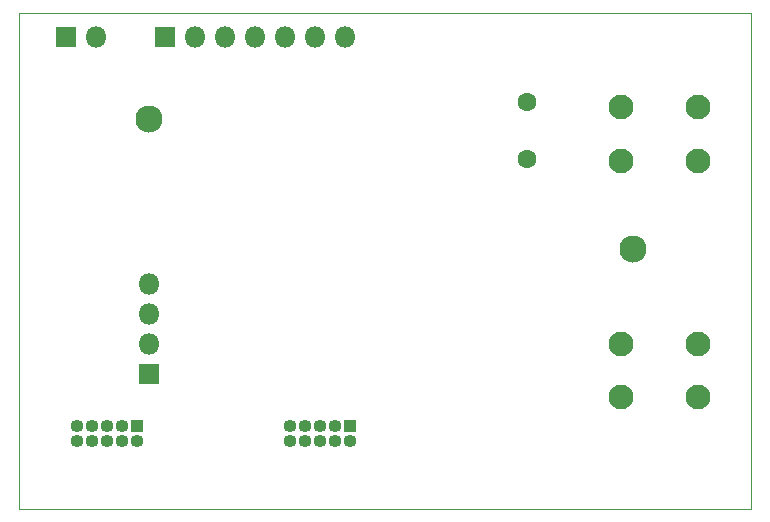
<source format=gbs>
G04 #@! TF.GenerationSoftware,KiCad,Pcbnew,(5.0.0)*
G04 #@! TF.CreationDate,2018-10-05T22:53:34+10:00*
G04 #@! TF.ProjectId,Project 23,50726F6A6563742032332E6B69636164,rev?*
G04 #@! TF.SameCoordinates,Original*
G04 #@! TF.FileFunction,Soldermask,Bot*
G04 #@! TF.FilePolarity,Negative*
%FSLAX46Y46*%
G04 Gerber Fmt 4.6, Leading zero omitted, Abs format (unit mm)*
G04 Created by KiCad (PCBNEW (5.0.0)) date 10/05/18 22:53:34*
%MOMM*%
%LPD*%
G01*
G04 APERTURE LIST*
%ADD10C,0.100000*%
%ADD11R,1.100000X1.100000*%
%ADD12O,1.100000X1.100000*%
%ADD13R,1.800000X1.800000*%
%ADD14O,1.800000X1.800000*%
%ADD15C,2.100000*%
%ADD16C,1.600000*%
%ADD17C,2.300000*%
G04 APERTURE END LIST*
D10*
X112000000Y-40000000D02*
X50000000Y-40000000D01*
X112000000Y-82000000D02*
X112000000Y-40000000D01*
X50000000Y-82000000D02*
X112000000Y-82000000D01*
X50000000Y-40000000D02*
X50000000Y-82000000D01*
D11*
G04 #@! TO.C,J11*
X60000000Y-75000000D03*
D12*
X60000000Y-76270000D03*
X58730000Y-75000000D03*
X58730000Y-76270000D03*
X57460000Y-75000000D03*
X57460000Y-76270000D03*
X56190000Y-75000000D03*
X56190000Y-76270000D03*
X54920000Y-75000000D03*
X54920000Y-76270000D03*
G04 #@! TD*
D13*
G04 #@! TO.C,J13*
X61000000Y-70540000D03*
D14*
X61000000Y-68000000D03*
X61000000Y-65460000D03*
X61000000Y-62920000D03*
G04 #@! TD*
D11*
G04 #@! TO.C,J12*
X78000000Y-75000000D03*
D12*
X78000000Y-76270000D03*
X76730000Y-75000000D03*
X76730000Y-76270000D03*
X75460000Y-75000000D03*
X75460000Y-76270000D03*
X74190000Y-75000000D03*
X74190000Y-76270000D03*
X72920000Y-75000000D03*
X72920000Y-76270000D03*
G04 #@! TD*
D13*
G04 #@! TO.C,J21*
X53960000Y-42000000D03*
D14*
X56500000Y-42000000D03*
G04 #@! TD*
D15*
G04 #@! TO.C,SW11*
X101000000Y-52500000D03*
X101000000Y-48000000D03*
X107500000Y-52500000D03*
X107500000Y-48000000D03*
G04 #@! TD*
G04 #@! TO.C,SW12*
X101000000Y-72500000D03*
X101000000Y-68000000D03*
X107500000Y-72500000D03*
X107500000Y-68000000D03*
G04 #@! TD*
D13*
G04 #@! TO.C,U5*
X62380000Y-42000000D03*
D14*
X64920000Y-42000000D03*
X67460000Y-42000000D03*
X70000000Y-42000000D03*
X72540000Y-42000000D03*
X75080000Y-42000000D03*
X77620000Y-42000000D03*
G04 #@! TD*
D16*
G04 #@! TO.C,Y11*
X93000000Y-47520000D03*
X93000000Y-52400000D03*
G04 #@! TD*
D17*
G04 #@! TO.C,M1*
X61000000Y-49000000D03*
G04 #@! TD*
G04 #@! TO.C,M2*
X102000000Y-60000000D03*
G04 #@! TD*
M02*

</source>
